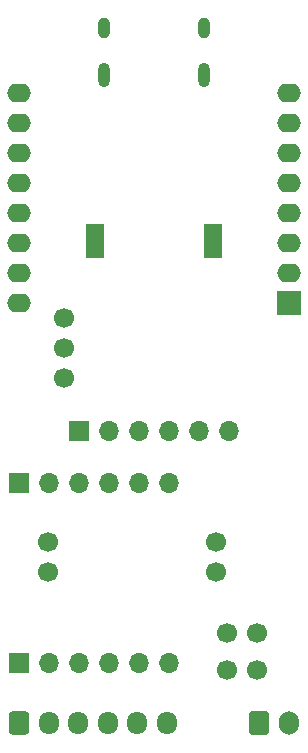
<source format=gbs>
%TF.GenerationSoftware,KiCad,Pcbnew,8.0.7*%
%TF.CreationDate,2025-02-05T23:04:40+01:00*%
%TF.ProjectId,YADCMCB,59414443-4d43-4422-9e6b-696361645f70,rev?*%
%TF.SameCoordinates,Original*%
%TF.FileFunction,Soldermask,Bot*%
%TF.FilePolarity,Negative*%
%FSLAX46Y46*%
G04 Gerber Fmt 4.6, Leading zero omitted, Abs format (unit mm)*
G04 Created by KiCad (PCBNEW 8.0.7) date 2025-02-05 23:04:40*
%MOMM*%
%LPD*%
G01*
G04 APERTURE LIST*
G04 Aperture macros list*
%AMRoundRect*
0 Rectangle with rounded corners*
0 $1 Rounding radius*
0 $2 $3 $4 $5 $6 $7 $8 $9 X,Y pos of 4 corners*
0 Add a 4 corners polygon primitive as box body*
4,1,4,$2,$3,$4,$5,$6,$7,$8,$9,$2,$3,0*
0 Add four circle primitives for the rounded corners*
1,1,$1+$1,$2,$3*
1,1,$1+$1,$4,$5*
1,1,$1+$1,$6,$7*
1,1,$1+$1,$8,$9*
0 Add four rect primitives between the rounded corners*
20,1,$1+$1,$2,$3,$4,$5,0*
20,1,$1+$1,$4,$5,$6,$7,0*
20,1,$1+$1,$6,$7,$8,$9,0*
20,1,$1+$1,$8,$9,$2,$3,0*%
G04 Aperture macros list end*
%ADD10R,1.500000X3.000000*%
%ADD11O,1.000000X1.800000*%
%ADD12O,1.000000X2.100000*%
%ADD13RoundRect,0.250000X-0.600000X-0.750000X0.600000X-0.750000X0.600000X0.750000X-0.600000X0.750000X0*%
%ADD14O,1.700000X2.000000*%
%ADD15RoundRect,0.250000X-0.600000X-0.725000X0.600000X-0.725000X0.600000X0.725000X-0.600000X0.725000X0*%
%ADD16O,1.700000X1.950000*%
%ADD17R,1.700000X1.700000*%
%ADD18O,1.700000X1.700000*%
%ADD19C,1.700000*%
%ADD20R,2.000000X2.000000*%
%ADD21O,2.000000X1.600000*%
G04 APERTURE END LIST*
D10*
%TO.C,U3*%
X11510000Y-20090000D03*
D11*
X12260000Y-2090000D03*
D12*
X12260000Y-6090000D03*
D11*
X20760000Y-2090000D03*
D12*
X20760000Y-6090000D03*
D10*
X21510000Y-20090000D03*
%TD*%
D13*
%TO.C,J4*%
X25400000Y-60960000D03*
D14*
X27900000Y-60960000D03*
%TD*%
D15*
%TO.C,J5*%
X5080000Y-60960000D03*
D16*
X7580000Y-60960000D03*
X10080000Y-60960000D03*
X12580000Y-60960000D03*
X15080000Y-60960000D03*
X17580000Y-60960000D03*
%TD*%
D17*
%TO.C,J2*%
X5080000Y-40640000D03*
D18*
X7620000Y-40640000D03*
X10160000Y-40640000D03*
X12700000Y-40640000D03*
X15240000Y-40640000D03*
X17780000Y-40640000D03*
%TD*%
D17*
%TO.C,J3*%
X10160000Y-36195000D03*
D18*
X12700000Y-36195000D03*
X15240000Y-36195000D03*
X17780000Y-36195000D03*
X20320000Y-36195000D03*
X22860000Y-36195000D03*
%TD*%
D19*
%TO.C,U2*%
X22665000Y-56440000D03*
X25205000Y-56440000D03*
X22665000Y-53340000D03*
X25205000Y-53340000D03*
X21705000Y-48185000D03*
X21705000Y-45645000D03*
X7505000Y-48185000D03*
X7505000Y-45645000D03*
%TD*%
D20*
%TO.C,U1*%
X27940000Y-25400000D03*
D21*
X27940000Y-22860000D03*
X27940000Y-20320000D03*
X27940000Y-17780000D03*
X27940000Y-15240000D03*
X27940000Y-12700000D03*
X27940000Y-10160000D03*
X27940000Y-7620000D03*
X5080000Y-7620000D03*
X5080000Y-10160000D03*
X5080000Y-12700000D03*
X5080000Y-15240000D03*
X5080000Y-17780000D03*
X5080000Y-20320000D03*
X5080000Y-22860000D03*
X5080000Y-25400000D03*
%TD*%
D19*
%TO.C,U4*%
X8890000Y-26670000D03*
X8890000Y-29210000D03*
X8890000Y-31750000D03*
%TD*%
D17*
%TO.C,J1*%
X5080000Y-55880000D03*
D18*
X7620000Y-55880000D03*
X10160000Y-55880000D03*
X12700000Y-55880000D03*
X15240000Y-55880000D03*
X17780000Y-55880000D03*
%TD*%
M02*

</source>
